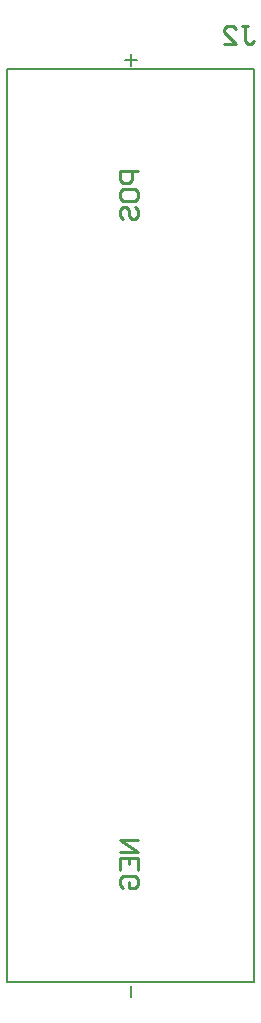
<source format=gbo>
G04*
G04 #@! TF.GenerationSoftware,Altium Limited,Altium Designer,24.5.2 (23)*
G04*
G04 Layer_Color=32896*
%FSLAX44Y44*%
%MOMM*%
G71*
G04*
G04 #@! TF.SameCoordinates,2FE71BF4-1BC5-4688-A169-50693282DBDC*
G04*
G04*
G04 #@! TF.FilePolarity,Positive*
G04*
G01*
G75*
%ADD12C,0.2540*%
%ADD13C,0.2000*%
D12*
X370840Y396240D02*
X355605D01*
X370840Y386083D01*
X355605D01*
Y370848D02*
Y381005D01*
X370840D01*
Y370848D01*
X363223Y381005D02*
Y375927D01*
X358144Y355613D02*
X355605Y358152D01*
Y363231D01*
X358144Y365770D01*
X368301D01*
X370840Y363231D01*
Y358152D01*
X368301Y355613D01*
X363223D01*
Y360691D01*
X370840Y962660D02*
X355605D01*
Y955042D01*
X358144Y952503D01*
X363223D01*
X365762Y955042D01*
Y962660D01*
X355605Y939807D02*
Y944886D01*
X358144Y947425D01*
X368301D01*
X370840Y944886D01*
Y939807D01*
X368301Y937268D01*
X358144D01*
X355605Y939807D01*
X358144Y922033D02*
X355605Y924572D01*
Y929651D01*
X358144Y932190D01*
X360683D01*
X363223Y929651D01*
Y924572D01*
X365762Y922033D01*
X368301D01*
X370840Y924572D01*
Y929651D01*
X368301Y932190D01*
X458219Y1085337D02*
X463298D01*
X460759D01*
Y1072641D01*
X463298Y1070102D01*
X465837D01*
X468376Y1072641D01*
X442984Y1070102D02*
X453141D01*
X442984Y1080259D01*
Y1082798D01*
X445523Y1085337D01*
X450602D01*
X453141Y1082798D01*
D13*
X468980Y275580D02*
Y1048580D01*
X259980D02*
X468980D01*
X259980Y275580D02*
Y1048580D01*
Y275580D02*
X468980D01*
X364480Y262580D02*
Y272580D01*
X359480Y1056580D02*
X369480D01*
X364480Y1051580D02*
Y1061580D01*
M02*

</source>
